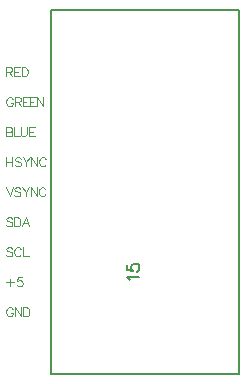
<source format=gto>
G04*
G04 #@! TF.GenerationSoftware,Altium Limited,Altium Designer,20.1.14 (287)*
G04*
G04 Layer_Color=65535*
%FSLAX24Y24*%
%MOIN*%
G70*
G04*
G04 #@! TF.SameCoordinates,19A3D798-3CF0-405C-A59C-C3945E4A3CB0*
G04*
G04*
G04 #@! TF.FilePolarity,Positive*
G04*
G01*
G75*
%ADD10C,0.0079*%
%ADD11C,0.0040*%
%ADD12C,0.0060*%
D10*
X2640Y90D02*
Y12216D01*
X8900D01*
Y90D02*
Y12216D01*
X2640Y90D02*
X8900D01*
D11*
X1140Y8300D02*
Y8000D01*
Y8300D02*
X1269D01*
X1311Y8286D01*
X1326Y8271D01*
X1340Y8243D01*
Y8214D01*
X1326Y8186D01*
X1311Y8171D01*
X1269Y8157D01*
X1140D02*
X1269D01*
X1311Y8143D01*
X1326Y8129D01*
X1340Y8100D01*
Y8057D01*
X1326Y8029D01*
X1311Y8014D01*
X1269Y8000D01*
X1140D01*
X1407Y8300D02*
Y8000D01*
X1578D01*
X1611Y8300D02*
Y8086D01*
X1626Y8043D01*
X1654Y8014D01*
X1697Y8000D01*
X1726D01*
X1768Y8014D01*
X1797Y8043D01*
X1811Y8086D01*
Y8300D01*
X2080D02*
X1894D01*
Y8000D01*
X2080D01*
X1894Y8157D02*
X2008D01*
X1140Y10300D02*
Y10000D01*
Y10300D02*
X1269D01*
X1311Y10286D01*
X1326Y10271D01*
X1340Y10243D01*
Y10214D01*
X1326Y10186D01*
X1311Y10171D01*
X1269Y10157D01*
X1140D01*
X1240D02*
X1340Y10000D01*
X1593Y10300D02*
X1407D01*
Y10000D01*
X1593D01*
X1407Y10157D02*
X1521D01*
X1643Y10300D02*
Y10000D01*
Y10300D02*
X1743D01*
X1786Y10286D01*
X1814Y10257D01*
X1828Y10229D01*
X1843Y10186D01*
Y10114D01*
X1828Y10071D01*
X1814Y10043D01*
X1786Y10014D01*
X1743Y10000D01*
X1643D01*
X1354Y2229D02*
X1340Y2257D01*
X1311Y2286D01*
X1283Y2300D01*
X1226D01*
X1197Y2286D01*
X1169Y2257D01*
X1154Y2229D01*
X1140Y2186D01*
Y2114D01*
X1154Y2071D01*
X1169Y2043D01*
X1197Y2014D01*
X1226Y2000D01*
X1283D01*
X1311Y2014D01*
X1340Y2043D01*
X1354Y2071D01*
Y2114D01*
X1283D02*
X1354D01*
X1423Y2300D02*
Y2000D01*
Y2300D02*
X1623Y2000D01*
Y2300D02*
Y2000D01*
X1706Y2300D02*
Y2000D01*
Y2300D02*
X1806D01*
X1848Y2286D01*
X1877Y2257D01*
X1891Y2229D01*
X1906Y2186D01*
Y2114D01*
X1891Y2071D01*
X1877Y2043D01*
X1848Y2014D01*
X1806Y2000D01*
X1706D01*
X1340Y5257D02*
X1311Y5286D01*
X1269Y5300D01*
X1211D01*
X1169Y5286D01*
X1140Y5257D01*
Y5229D01*
X1154Y5200D01*
X1169Y5186D01*
X1197Y5171D01*
X1283Y5143D01*
X1311Y5129D01*
X1326Y5114D01*
X1340Y5086D01*
Y5043D01*
X1311Y5014D01*
X1269Y5000D01*
X1211D01*
X1169Y5014D01*
X1140Y5043D01*
X1407Y5300D02*
Y5000D01*
Y5300D02*
X1507D01*
X1550Y5286D01*
X1578Y5257D01*
X1593Y5229D01*
X1607Y5186D01*
Y5114D01*
X1593Y5071D01*
X1578Y5043D01*
X1550Y5014D01*
X1507Y5000D01*
X1407D01*
X1903D02*
X1788Y5300D01*
X1674Y5000D01*
X1717Y5100D02*
X1860D01*
X1140Y7300D02*
Y7000D01*
X1340Y7300D02*
Y7000D01*
X1140Y7157D02*
X1340D01*
X1623Y7257D02*
X1594Y7286D01*
X1551Y7300D01*
X1494D01*
X1451Y7286D01*
X1423Y7257D01*
Y7229D01*
X1437Y7200D01*
X1451Y7186D01*
X1480Y7171D01*
X1566Y7143D01*
X1594Y7129D01*
X1608Y7114D01*
X1623Y7086D01*
Y7043D01*
X1594Y7014D01*
X1551Y7000D01*
X1494D01*
X1451Y7014D01*
X1423Y7043D01*
X1690Y7300D02*
X1804Y7157D01*
Y7000D01*
X1918Y7300D02*
X1804Y7157D01*
X1957Y7300D02*
Y7000D01*
Y7300D02*
X2157Y7000D01*
Y7300D02*
Y7000D01*
X2454Y7229D02*
X2440Y7257D01*
X2411Y7286D01*
X2383Y7300D01*
X2325D01*
X2297Y7286D01*
X2268Y7257D01*
X2254Y7229D01*
X2240Y7186D01*
Y7114D01*
X2254Y7071D01*
X2268Y7043D01*
X2297Y7014D01*
X2325Y7000D01*
X2383D01*
X2411Y7014D01*
X2440Y7043D01*
X2454Y7071D01*
X1269Y3257D02*
Y3000D01*
X1140Y3129D02*
X1397D01*
X1657Y3300D02*
X1514D01*
X1500Y3171D01*
X1514Y3186D01*
X1557Y3200D01*
X1600D01*
X1643Y3186D01*
X1671Y3157D01*
X1686Y3114D01*
Y3086D01*
X1671Y3043D01*
X1643Y3014D01*
X1600Y3000D01*
X1557D01*
X1514Y3014D01*
X1500Y3029D01*
X1486Y3057D01*
X1354Y9229D02*
X1340Y9257D01*
X1311Y9286D01*
X1283Y9300D01*
X1226D01*
X1197Y9286D01*
X1169Y9257D01*
X1154Y9229D01*
X1140Y9186D01*
Y9114D01*
X1154Y9071D01*
X1169Y9043D01*
X1197Y9014D01*
X1226Y9000D01*
X1283D01*
X1311Y9014D01*
X1340Y9043D01*
X1354Y9071D01*
Y9114D01*
X1283D02*
X1354D01*
X1423Y9300D02*
Y9000D01*
Y9300D02*
X1551D01*
X1594Y9286D01*
X1608Y9271D01*
X1623Y9243D01*
Y9214D01*
X1608Y9186D01*
X1594Y9171D01*
X1551Y9157D01*
X1423D01*
X1523D02*
X1623Y9000D01*
X1876Y9300D02*
X1690D01*
Y9000D01*
X1876D01*
X1690Y9157D02*
X1804D01*
X2111Y9300D02*
X1926D01*
Y9000D01*
X2111D01*
X1926Y9157D02*
X2040D01*
X2161Y9300D02*
Y9000D01*
Y9300D02*
X2361Y9000D01*
Y9300D02*
Y9000D01*
X1140Y6300D02*
X1254Y6000D01*
X1369Y6300D02*
X1254Y6000D01*
X1607Y6257D02*
X1578Y6286D01*
X1536Y6300D01*
X1479D01*
X1436Y6286D01*
X1407Y6257D01*
Y6229D01*
X1421Y6200D01*
X1436Y6186D01*
X1464Y6171D01*
X1550Y6143D01*
X1578Y6129D01*
X1593Y6114D01*
X1607Y6086D01*
Y6043D01*
X1578Y6014D01*
X1536Y6000D01*
X1479D01*
X1436Y6014D01*
X1407Y6043D01*
X1674Y6300D02*
X1788Y6157D01*
Y6000D01*
X1903Y6300D02*
X1788Y6157D01*
X1941Y6300D02*
Y6000D01*
Y6300D02*
X2141Y6000D01*
Y6300D02*
Y6000D01*
X2438Y6229D02*
X2424Y6257D01*
X2395Y6286D01*
X2367Y6300D01*
X2310D01*
X2281Y6286D01*
X2253Y6257D01*
X2238Y6229D01*
X2224Y6186D01*
Y6114D01*
X2238Y6071D01*
X2253Y6043D01*
X2281Y6014D01*
X2310Y6000D01*
X2367D01*
X2395Y6014D01*
X2424Y6043D01*
X2438Y6071D01*
X1340Y4257D02*
X1311Y4286D01*
X1269Y4300D01*
X1211D01*
X1169Y4286D01*
X1140Y4257D01*
Y4229D01*
X1154Y4200D01*
X1169Y4186D01*
X1197Y4171D01*
X1283Y4143D01*
X1311Y4129D01*
X1326Y4114D01*
X1340Y4086D01*
Y4043D01*
X1311Y4014D01*
X1269Y4000D01*
X1211D01*
X1169Y4014D01*
X1140Y4043D01*
X1621Y4229D02*
X1607Y4257D01*
X1578Y4286D01*
X1550Y4300D01*
X1493D01*
X1464Y4286D01*
X1436Y4257D01*
X1421Y4229D01*
X1407Y4186D01*
Y4114D01*
X1421Y4071D01*
X1436Y4043D01*
X1464Y4014D01*
X1493Y4000D01*
X1550D01*
X1578Y4014D01*
X1607Y4043D01*
X1621Y4071D01*
X1706Y4300D02*
Y4000D01*
X1877D01*
D12*
X5249Y3200D02*
X5230Y3238D01*
X5173Y3296D01*
X5573D01*
X5173Y3722D02*
Y3532D01*
X5345Y3513D01*
X5326Y3532D01*
X5307Y3589D01*
Y3646D01*
X5326Y3703D01*
X5364Y3741D01*
X5421Y3760D01*
X5459D01*
X5516Y3741D01*
X5554Y3703D01*
X5573Y3646D01*
Y3589D01*
X5554Y3532D01*
X5535Y3513D01*
X5497Y3494D01*
M02*

</source>
